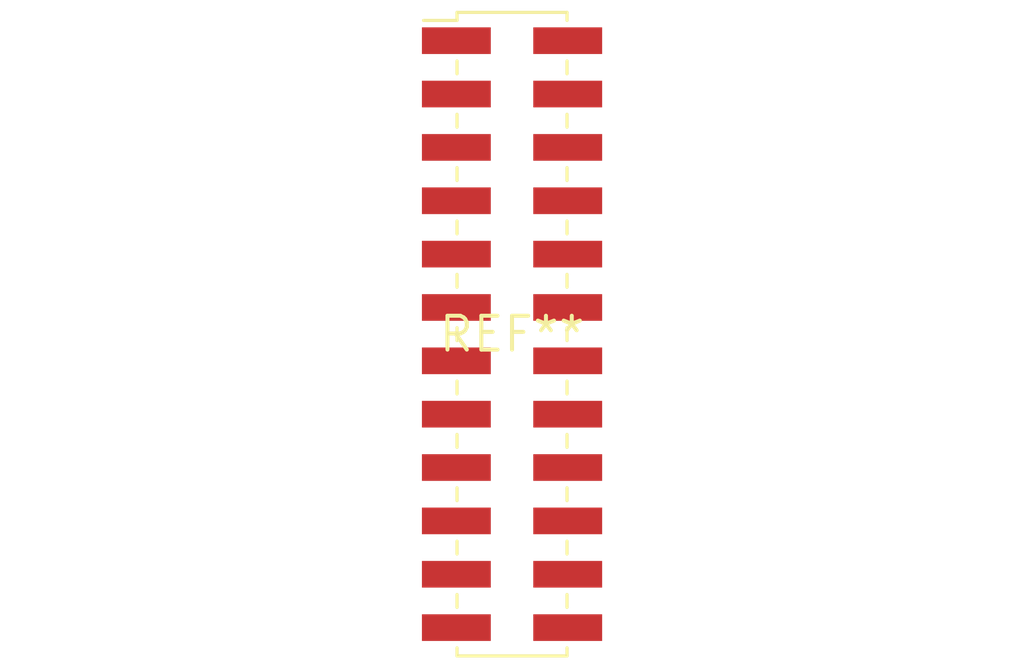
<source format=kicad_pcb>
(kicad_pcb (version 20240108) (generator pcbnew)
  (layers (0 "F.Cu" signal) (31 "B.Cu" signal) (34 "B.Paste" user) (35 "F.Paste" user) (36 "B.SilkS" user "B.Silkscreen") (37 "F.SilkS" user "F.Silkscreen") (38 "B.Mask" user) (39 "F.Mask" user) (44 "Edge.Cuts" user))
  (net 0 "")
  (footprint "PinHeader_2x12_P2.00mm_Vertical_SMD" (layer "F.Cu") (at 0 0)
    (property "Reference" "REF**")
    (property "Value" "PinHeader_2x12_P2.00mm_Vertical_SMD")
    (fp_line (start -3.315 -11.76) (end -2.06 -11.76) (layer "F.SilkS") (stroke (width 0.12)))
    (fp_line (start -2.06 -12.06) (end -2.06 -11.76) (layer "F.SilkS") (stroke (width 0.12)))
    (fp_line (start -2.06 -12.06) (end 2.06 -12.06) (layer "F.SilkS") (stroke (width 0.12)))
    (fp_line (start -2.06 -10.24) (end -2.06 -9.76) (layer "F.SilkS") (stroke (width 0.12)))
    (fp_line (start -2.06 -8.24) (end -2.06 -7.76) (layer "F.SilkS") (stroke (width 0.12)))
    (fp_line (start -2.06 -6.24) (end -2.06 -5.76) (layer "F.SilkS") (stroke (width 0.12)))
    (fp_line (start -2.06 -4.24) (end -2.06 -3.76) (layer "F.SilkS") (stroke (width 0.12)))
    (fp_line (start -2.06 -2.24) (end -2.06 -1.76) (layer "F.SilkS") (stroke (width 0.12)))
    (fp_line (start -2.06 -0.24) (end -2.06 0.24) (layer "F.SilkS") (stroke (width 0.12)))
    (fp_line (start -2.06 1.76) (end -2.06 2.24) (layer "F.SilkS") (stroke (width 0.12)))
    (fp_line (start -2.06 3.76) (end -2.06 4.24) (layer "F.SilkS") (stroke (width 0.12)))
    (fp_line (start -2.06 5.76) (end -2.06 6.24) (layer "F.SilkS") (stroke (width 0.12)))
    (fp_line (start -2.06 7.76) (end -2.06 8.24) (layer "F.SilkS") (stroke (width 0.12)))
    (fp_line (start -2.06 9.76) (end -2.06 10.24) (layer "F.SilkS") (stroke (width 0.12)))
    (fp_line (start -2.06 11.76) (end -2.06 12.06) (layer "F.SilkS") (stroke (width 0.12)))
    (fp_line (start -2.06 12.06) (end 2.06 12.06) (layer "F.SilkS") (stroke (width 0.12)))
    (fp_line (start 2.06 -12.06) (end 2.06 -11.76) (layer "F.SilkS") (stroke (width 0.12)))
    (fp_line (start 2.06 -10.24) (end 2.06 -9.76) (layer "F.SilkS") (stroke (width 0.12)))
    (fp_line (start 2.06 -8.24) (end 2.06 -7.76) (layer "F.SilkS") (stroke (width 0.12)))
    (fp_line (start 2.06 -6.24) (end 2.06 -5.76) (layer "F.SilkS") (stroke (width 0.12)))
    (fp_line (start 2.06 -4.24) (end 2.06 -3.76) (layer "F.SilkS") (stroke (width 0.12)))
    (fp_line (start 2.06 -2.24) (end 2.06 -1.76) (layer "F.SilkS") (stroke (width 0.12)))
    (fp_line (start 2.06 -0.24) (end 2.06 0.24) (layer "F.SilkS") (stroke (width 0.12)))
    (fp_line (start 2.06 1.76) (end 2.06 2.24) (layer "F.SilkS") (stroke (width 0.12)))
    (fp_line (start 2.06 3.76) (end 2.06 4.24) (layer "F.SilkS") (stroke (width 0.12)))
    (fp_line (start 2.06 5.76) (end 2.06 6.24) (layer "F.SilkS") (stroke (width 0.12)))
    (fp_line (start 2.06 7.76) (end 2.06 8.24) (layer "F.SilkS") (stroke (width 0.12)))
    (fp_line (start 2.06 9.76) (end 2.06 10.24) (layer "F.SilkS") (stroke (width 0.12)))
    (fp_line (start 2.06 11.76) (end 2.06 12.06) (layer "F.SilkS") (stroke (width 0.12)))
    (pad "1" smd rect (at -2.085 -11) (size 2.58 1) (layers "F.Cu" "F.Paste" "F.Mask"))
    (pad "2" smd rect (at 2.085 -11) (size 2.58 1) (layers "F.Cu" "F.Paste" "F.Mask"))
    (pad "3" smd rect (at -2.085 -9) (size 2.58 1) (layers "F.Cu" "F.Paste" "F.Mask"))
    (pad "4" smd rect (at 2.085 -9) (size 2.58 1) (layers "F.Cu" "F.Paste" "F.Mask"))
    (pad "5" smd rect (at -2.085 -7) (size 2.58 1) (layers "F.Cu" "F.Paste" "F.Mask"))
    (pad "6" smd rect (at 2.085 -7) (size 2.58 1) (layers "F.Cu" "F.Paste" "F.Mask"))
    (pad "7" smd rect (at -2.085 -5) (size 2.58 1) (layers "F.Cu" "F.Paste" "F.Mask"))
    (pad "8" smd rect (at 2.085 -5) (size 2.58 1) (layers "F.Cu" "F.Paste" "F.Mask"))
    (pad "9" smd rect (at -2.085 -3) (size 2.58 1) (layers "F.Cu" "F.Paste" "F.Mask"))
    (pad "10" smd rect (at 2.085 -3) (size 2.58 1) (layers "F.Cu" "F.Paste" "F.Mask"))
    (pad "11" smd rect (at -2.085 -1) (size 2.58 1) (layers "F.Cu" "F.Paste" "F.Mask"))
    (pad "12" smd rect (at 2.085 -1) (size 2.58 1) (layers "F.Cu" "F.Paste" "F.Mask"))
    (pad "13" smd rect (at -2.085 1) (size 2.58 1) (layers "F.Cu" "F.Paste" "F.Mask"))
    (pad "14" smd rect (at 2.085 1) (size 2.58 1) (layers "F.Cu" "F.Paste" "F.Mask"))
    (pad "15" smd rect (at -2.085 3) (size 2.58 1) (layers "F.Cu" "F.Paste" "F.Mask"))
    (pad "16" smd rect (at 2.085 3) (size 2.58 1) (layers "F.Cu" "F.Paste" "F.Mask"))
    (pad "17" smd rect (at -2.085 5) (size 2.58 1) (layers "F.Cu" "F.Paste" "F.Mask"))
    (pad "18" smd rect (at 2.085 5) (size 2.58 1) (layers "F.Cu" "F.Paste" "F.Mask"))
    (pad "19" smd rect (at -2.085 7) (size 2.58 1) (layers "F.Cu" "F.Paste" "F.Mask"))
    (pad "20" smd rect (at 2.085 7) (size 2.58 1) (layers "F.Cu" "F.Paste" "F.Mask"))
    (pad "21" smd rect (at -2.085 9) (size 2.58 1) (layers "F.Cu" "F.Paste" "F.Mask"))
    (pad "22" smd rect (at 2.085 9) (size 2.58 1) (layers "F.Cu" "F.Paste" "F.Mask"))
    (pad "23" smd rect (at -2.085 11) (size 2.58 1) (layers "F.Cu" "F.Paste" "F.Mask"))
    (pad "24" smd rect (at 2.085 11) (size 2.58 1) (layers "F.Cu" "F.Paste" "F.Mask"))
  )
)
</source>
